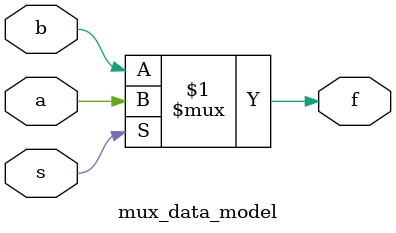
<source format=v>
module mux_data_model(f,a,b,s);
    output f;
    input a,b,s;
    
    assign f = s?a:b;
endmodule

</source>
